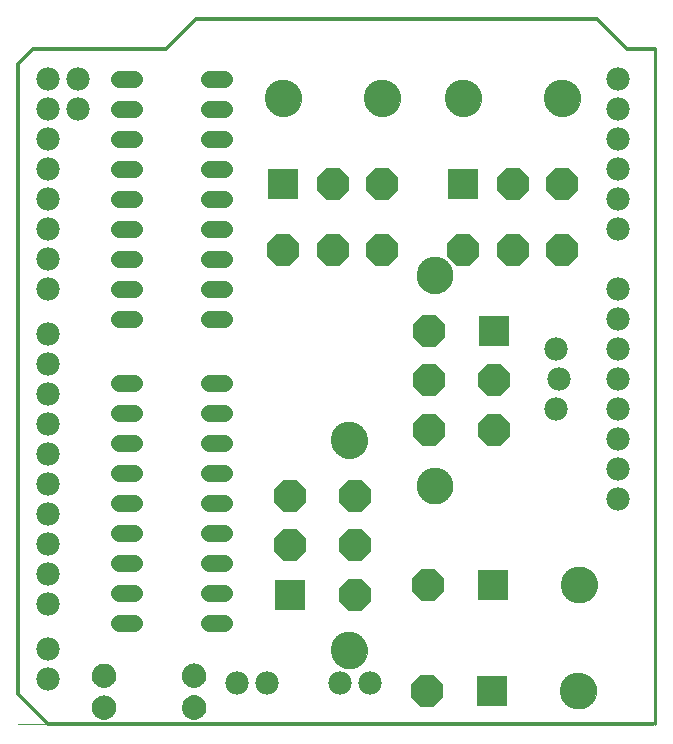
<source format=gbs>
G75*
%MOIN*%
%OFA0B0*%
%FSLAX25Y25*%
%IPPOS*%
%LPD*%
%AMOC8*
5,1,8,0,0,1.08239X$1,22.5*
%
%ADD10C,0.00000*%
%ADD11C,0.01000*%
%ADD12C,0.01200*%
%ADD13C,0.07800*%
%ADD14C,0.00500*%
%ADD15C,0.05600*%
%ADD16OC8,0.10400*%
%ADD17R,0.10400X0.10400*%
%ADD18C,0.12211*%
D10*
X0005000Y0005000D02*
X0015000Y0005000D01*
X0208701Y0005000D01*
X0185959Y0016250D02*
X0185961Y0016403D01*
X0185967Y0016557D01*
X0185977Y0016710D01*
X0185991Y0016862D01*
X0186009Y0017015D01*
X0186031Y0017166D01*
X0186056Y0017317D01*
X0186086Y0017468D01*
X0186120Y0017618D01*
X0186157Y0017766D01*
X0186198Y0017914D01*
X0186243Y0018060D01*
X0186292Y0018206D01*
X0186345Y0018350D01*
X0186401Y0018492D01*
X0186461Y0018633D01*
X0186525Y0018773D01*
X0186592Y0018911D01*
X0186663Y0019047D01*
X0186738Y0019181D01*
X0186815Y0019313D01*
X0186897Y0019443D01*
X0186981Y0019571D01*
X0187069Y0019697D01*
X0187160Y0019820D01*
X0187254Y0019941D01*
X0187352Y0020059D01*
X0187452Y0020175D01*
X0187556Y0020288D01*
X0187662Y0020399D01*
X0187771Y0020507D01*
X0187883Y0020612D01*
X0187997Y0020713D01*
X0188115Y0020812D01*
X0188234Y0020908D01*
X0188356Y0021001D01*
X0188481Y0021090D01*
X0188608Y0021177D01*
X0188737Y0021259D01*
X0188868Y0021339D01*
X0189001Y0021415D01*
X0189136Y0021488D01*
X0189273Y0021557D01*
X0189412Y0021622D01*
X0189552Y0021684D01*
X0189694Y0021742D01*
X0189837Y0021797D01*
X0189982Y0021848D01*
X0190128Y0021895D01*
X0190275Y0021938D01*
X0190423Y0021977D01*
X0190572Y0022013D01*
X0190722Y0022044D01*
X0190873Y0022072D01*
X0191024Y0022096D01*
X0191177Y0022116D01*
X0191329Y0022132D01*
X0191482Y0022144D01*
X0191635Y0022152D01*
X0191788Y0022156D01*
X0191942Y0022156D01*
X0192095Y0022152D01*
X0192248Y0022144D01*
X0192401Y0022132D01*
X0192553Y0022116D01*
X0192706Y0022096D01*
X0192857Y0022072D01*
X0193008Y0022044D01*
X0193158Y0022013D01*
X0193307Y0021977D01*
X0193455Y0021938D01*
X0193602Y0021895D01*
X0193748Y0021848D01*
X0193893Y0021797D01*
X0194036Y0021742D01*
X0194178Y0021684D01*
X0194318Y0021622D01*
X0194457Y0021557D01*
X0194594Y0021488D01*
X0194729Y0021415D01*
X0194862Y0021339D01*
X0194993Y0021259D01*
X0195122Y0021177D01*
X0195249Y0021090D01*
X0195374Y0021001D01*
X0195496Y0020908D01*
X0195615Y0020812D01*
X0195733Y0020713D01*
X0195847Y0020612D01*
X0195959Y0020507D01*
X0196068Y0020399D01*
X0196174Y0020288D01*
X0196278Y0020175D01*
X0196378Y0020059D01*
X0196476Y0019941D01*
X0196570Y0019820D01*
X0196661Y0019697D01*
X0196749Y0019571D01*
X0196833Y0019443D01*
X0196915Y0019313D01*
X0196992Y0019181D01*
X0197067Y0019047D01*
X0197138Y0018911D01*
X0197205Y0018773D01*
X0197269Y0018633D01*
X0197329Y0018492D01*
X0197385Y0018350D01*
X0197438Y0018206D01*
X0197487Y0018060D01*
X0197532Y0017914D01*
X0197573Y0017766D01*
X0197610Y0017618D01*
X0197644Y0017468D01*
X0197674Y0017317D01*
X0197699Y0017166D01*
X0197721Y0017015D01*
X0197739Y0016862D01*
X0197753Y0016710D01*
X0197763Y0016557D01*
X0197769Y0016403D01*
X0197771Y0016250D01*
X0197769Y0016097D01*
X0197763Y0015943D01*
X0197753Y0015790D01*
X0197739Y0015638D01*
X0197721Y0015485D01*
X0197699Y0015334D01*
X0197674Y0015183D01*
X0197644Y0015032D01*
X0197610Y0014882D01*
X0197573Y0014734D01*
X0197532Y0014586D01*
X0197487Y0014440D01*
X0197438Y0014294D01*
X0197385Y0014150D01*
X0197329Y0014008D01*
X0197269Y0013867D01*
X0197205Y0013727D01*
X0197138Y0013589D01*
X0197067Y0013453D01*
X0196992Y0013319D01*
X0196915Y0013187D01*
X0196833Y0013057D01*
X0196749Y0012929D01*
X0196661Y0012803D01*
X0196570Y0012680D01*
X0196476Y0012559D01*
X0196378Y0012441D01*
X0196278Y0012325D01*
X0196174Y0012212D01*
X0196068Y0012101D01*
X0195959Y0011993D01*
X0195847Y0011888D01*
X0195733Y0011787D01*
X0195615Y0011688D01*
X0195496Y0011592D01*
X0195374Y0011499D01*
X0195249Y0011410D01*
X0195122Y0011323D01*
X0194993Y0011241D01*
X0194862Y0011161D01*
X0194729Y0011085D01*
X0194594Y0011012D01*
X0194457Y0010943D01*
X0194318Y0010878D01*
X0194178Y0010816D01*
X0194036Y0010758D01*
X0193893Y0010703D01*
X0193748Y0010652D01*
X0193602Y0010605D01*
X0193455Y0010562D01*
X0193307Y0010523D01*
X0193158Y0010487D01*
X0193008Y0010456D01*
X0192857Y0010428D01*
X0192706Y0010404D01*
X0192553Y0010384D01*
X0192401Y0010368D01*
X0192248Y0010356D01*
X0192095Y0010348D01*
X0191942Y0010344D01*
X0191788Y0010344D01*
X0191635Y0010348D01*
X0191482Y0010356D01*
X0191329Y0010368D01*
X0191177Y0010384D01*
X0191024Y0010404D01*
X0190873Y0010428D01*
X0190722Y0010456D01*
X0190572Y0010487D01*
X0190423Y0010523D01*
X0190275Y0010562D01*
X0190128Y0010605D01*
X0189982Y0010652D01*
X0189837Y0010703D01*
X0189694Y0010758D01*
X0189552Y0010816D01*
X0189412Y0010878D01*
X0189273Y0010943D01*
X0189136Y0011012D01*
X0189001Y0011085D01*
X0188868Y0011161D01*
X0188737Y0011241D01*
X0188608Y0011323D01*
X0188481Y0011410D01*
X0188356Y0011499D01*
X0188234Y0011592D01*
X0188115Y0011688D01*
X0187997Y0011787D01*
X0187883Y0011888D01*
X0187771Y0011993D01*
X0187662Y0012101D01*
X0187556Y0012212D01*
X0187452Y0012325D01*
X0187352Y0012441D01*
X0187254Y0012559D01*
X0187160Y0012680D01*
X0187069Y0012803D01*
X0186981Y0012929D01*
X0186897Y0013057D01*
X0186815Y0013187D01*
X0186738Y0013319D01*
X0186663Y0013453D01*
X0186592Y0013589D01*
X0186525Y0013727D01*
X0186461Y0013867D01*
X0186401Y0014008D01*
X0186345Y0014150D01*
X0186292Y0014294D01*
X0186243Y0014440D01*
X0186198Y0014586D01*
X0186157Y0014734D01*
X0186120Y0014882D01*
X0186086Y0015032D01*
X0186056Y0015183D01*
X0186031Y0015334D01*
X0186009Y0015485D01*
X0185991Y0015638D01*
X0185977Y0015790D01*
X0185967Y0015943D01*
X0185961Y0016097D01*
X0185959Y0016250D01*
X0186196Y0051638D02*
X0186198Y0051791D01*
X0186204Y0051945D01*
X0186214Y0052098D01*
X0186228Y0052250D01*
X0186246Y0052403D01*
X0186268Y0052554D01*
X0186293Y0052705D01*
X0186323Y0052856D01*
X0186357Y0053006D01*
X0186394Y0053154D01*
X0186435Y0053302D01*
X0186480Y0053448D01*
X0186529Y0053594D01*
X0186582Y0053738D01*
X0186638Y0053880D01*
X0186698Y0054021D01*
X0186762Y0054161D01*
X0186829Y0054299D01*
X0186900Y0054435D01*
X0186975Y0054569D01*
X0187052Y0054701D01*
X0187134Y0054831D01*
X0187218Y0054959D01*
X0187306Y0055085D01*
X0187397Y0055208D01*
X0187491Y0055329D01*
X0187589Y0055447D01*
X0187689Y0055563D01*
X0187793Y0055676D01*
X0187899Y0055787D01*
X0188008Y0055895D01*
X0188120Y0056000D01*
X0188234Y0056101D01*
X0188352Y0056200D01*
X0188471Y0056296D01*
X0188593Y0056389D01*
X0188718Y0056478D01*
X0188845Y0056565D01*
X0188974Y0056647D01*
X0189105Y0056727D01*
X0189238Y0056803D01*
X0189373Y0056876D01*
X0189510Y0056945D01*
X0189649Y0057010D01*
X0189789Y0057072D01*
X0189931Y0057130D01*
X0190074Y0057185D01*
X0190219Y0057236D01*
X0190365Y0057283D01*
X0190512Y0057326D01*
X0190660Y0057365D01*
X0190809Y0057401D01*
X0190959Y0057432D01*
X0191110Y0057460D01*
X0191261Y0057484D01*
X0191414Y0057504D01*
X0191566Y0057520D01*
X0191719Y0057532D01*
X0191872Y0057540D01*
X0192025Y0057544D01*
X0192179Y0057544D01*
X0192332Y0057540D01*
X0192485Y0057532D01*
X0192638Y0057520D01*
X0192790Y0057504D01*
X0192943Y0057484D01*
X0193094Y0057460D01*
X0193245Y0057432D01*
X0193395Y0057401D01*
X0193544Y0057365D01*
X0193692Y0057326D01*
X0193839Y0057283D01*
X0193985Y0057236D01*
X0194130Y0057185D01*
X0194273Y0057130D01*
X0194415Y0057072D01*
X0194555Y0057010D01*
X0194694Y0056945D01*
X0194831Y0056876D01*
X0194966Y0056803D01*
X0195099Y0056727D01*
X0195230Y0056647D01*
X0195359Y0056565D01*
X0195486Y0056478D01*
X0195611Y0056389D01*
X0195733Y0056296D01*
X0195852Y0056200D01*
X0195970Y0056101D01*
X0196084Y0056000D01*
X0196196Y0055895D01*
X0196305Y0055787D01*
X0196411Y0055676D01*
X0196515Y0055563D01*
X0196615Y0055447D01*
X0196713Y0055329D01*
X0196807Y0055208D01*
X0196898Y0055085D01*
X0196986Y0054959D01*
X0197070Y0054831D01*
X0197152Y0054701D01*
X0197229Y0054569D01*
X0197304Y0054435D01*
X0197375Y0054299D01*
X0197442Y0054161D01*
X0197506Y0054021D01*
X0197566Y0053880D01*
X0197622Y0053738D01*
X0197675Y0053594D01*
X0197724Y0053448D01*
X0197769Y0053302D01*
X0197810Y0053154D01*
X0197847Y0053006D01*
X0197881Y0052856D01*
X0197911Y0052705D01*
X0197936Y0052554D01*
X0197958Y0052403D01*
X0197976Y0052250D01*
X0197990Y0052098D01*
X0198000Y0051945D01*
X0198006Y0051791D01*
X0198008Y0051638D01*
X0198006Y0051485D01*
X0198000Y0051331D01*
X0197990Y0051178D01*
X0197976Y0051026D01*
X0197958Y0050873D01*
X0197936Y0050722D01*
X0197911Y0050571D01*
X0197881Y0050420D01*
X0197847Y0050270D01*
X0197810Y0050122D01*
X0197769Y0049974D01*
X0197724Y0049828D01*
X0197675Y0049682D01*
X0197622Y0049538D01*
X0197566Y0049396D01*
X0197506Y0049255D01*
X0197442Y0049115D01*
X0197375Y0048977D01*
X0197304Y0048841D01*
X0197229Y0048707D01*
X0197152Y0048575D01*
X0197070Y0048445D01*
X0196986Y0048317D01*
X0196898Y0048191D01*
X0196807Y0048068D01*
X0196713Y0047947D01*
X0196615Y0047829D01*
X0196515Y0047713D01*
X0196411Y0047600D01*
X0196305Y0047489D01*
X0196196Y0047381D01*
X0196084Y0047276D01*
X0195970Y0047175D01*
X0195852Y0047076D01*
X0195733Y0046980D01*
X0195611Y0046887D01*
X0195486Y0046798D01*
X0195359Y0046711D01*
X0195230Y0046629D01*
X0195099Y0046549D01*
X0194966Y0046473D01*
X0194831Y0046400D01*
X0194694Y0046331D01*
X0194555Y0046266D01*
X0194415Y0046204D01*
X0194273Y0046146D01*
X0194130Y0046091D01*
X0193985Y0046040D01*
X0193839Y0045993D01*
X0193692Y0045950D01*
X0193544Y0045911D01*
X0193395Y0045875D01*
X0193245Y0045844D01*
X0193094Y0045816D01*
X0192943Y0045792D01*
X0192790Y0045772D01*
X0192638Y0045756D01*
X0192485Y0045744D01*
X0192332Y0045736D01*
X0192179Y0045732D01*
X0192025Y0045732D01*
X0191872Y0045736D01*
X0191719Y0045744D01*
X0191566Y0045756D01*
X0191414Y0045772D01*
X0191261Y0045792D01*
X0191110Y0045816D01*
X0190959Y0045844D01*
X0190809Y0045875D01*
X0190660Y0045911D01*
X0190512Y0045950D01*
X0190365Y0045993D01*
X0190219Y0046040D01*
X0190074Y0046091D01*
X0189931Y0046146D01*
X0189789Y0046204D01*
X0189649Y0046266D01*
X0189510Y0046331D01*
X0189373Y0046400D01*
X0189238Y0046473D01*
X0189105Y0046549D01*
X0188974Y0046629D01*
X0188845Y0046711D01*
X0188718Y0046798D01*
X0188593Y0046887D01*
X0188471Y0046980D01*
X0188352Y0047076D01*
X0188234Y0047175D01*
X0188120Y0047276D01*
X0188008Y0047381D01*
X0187899Y0047489D01*
X0187793Y0047600D01*
X0187689Y0047713D01*
X0187589Y0047829D01*
X0187491Y0047947D01*
X0187397Y0048068D01*
X0187306Y0048191D01*
X0187218Y0048317D01*
X0187134Y0048445D01*
X0187052Y0048575D01*
X0186975Y0048707D01*
X0186900Y0048841D01*
X0186829Y0048977D01*
X0186762Y0049115D01*
X0186698Y0049255D01*
X0186638Y0049396D01*
X0186582Y0049538D01*
X0186529Y0049682D01*
X0186480Y0049828D01*
X0186435Y0049974D01*
X0186394Y0050122D01*
X0186357Y0050270D01*
X0186323Y0050420D01*
X0186293Y0050571D01*
X0186268Y0050722D01*
X0186246Y0050873D01*
X0186228Y0051026D01*
X0186214Y0051178D01*
X0186204Y0051331D01*
X0186198Y0051485D01*
X0186196Y0051638D01*
X0138001Y0084621D02*
X0138003Y0084774D01*
X0138009Y0084928D01*
X0138019Y0085081D01*
X0138033Y0085233D01*
X0138051Y0085386D01*
X0138073Y0085537D01*
X0138098Y0085688D01*
X0138128Y0085839D01*
X0138162Y0085989D01*
X0138199Y0086137D01*
X0138240Y0086285D01*
X0138285Y0086431D01*
X0138334Y0086577D01*
X0138387Y0086721D01*
X0138443Y0086863D01*
X0138503Y0087004D01*
X0138567Y0087144D01*
X0138634Y0087282D01*
X0138705Y0087418D01*
X0138780Y0087552D01*
X0138857Y0087684D01*
X0138939Y0087814D01*
X0139023Y0087942D01*
X0139111Y0088068D01*
X0139202Y0088191D01*
X0139296Y0088312D01*
X0139394Y0088430D01*
X0139494Y0088546D01*
X0139598Y0088659D01*
X0139704Y0088770D01*
X0139813Y0088878D01*
X0139925Y0088983D01*
X0140039Y0089084D01*
X0140157Y0089183D01*
X0140276Y0089279D01*
X0140398Y0089372D01*
X0140523Y0089461D01*
X0140650Y0089548D01*
X0140779Y0089630D01*
X0140910Y0089710D01*
X0141043Y0089786D01*
X0141178Y0089859D01*
X0141315Y0089928D01*
X0141454Y0089993D01*
X0141594Y0090055D01*
X0141736Y0090113D01*
X0141879Y0090168D01*
X0142024Y0090219D01*
X0142170Y0090266D01*
X0142317Y0090309D01*
X0142465Y0090348D01*
X0142614Y0090384D01*
X0142764Y0090415D01*
X0142915Y0090443D01*
X0143066Y0090467D01*
X0143219Y0090487D01*
X0143371Y0090503D01*
X0143524Y0090515D01*
X0143677Y0090523D01*
X0143830Y0090527D01*
X0143984Y0090527D01*
X0144137Y0090523D01*
X0144290Y0090515D01*
X0144443Y0090503D01*
X0144595Y0090487D01*
X0144748Y0090467D01*
X0144899Y0090443D01*
X0145050Y0090415D01*
X0145200Y0090384D01*
X0145349Y0090348D01*
X0145497Y0090309D01*
X0145644Y0090266D01*
X0145790Y0090219D01*
X0145935Y0090168D01*
X0146078Y0090113D01*
X0146220Y0090055D01*
X0146360Y0089993D01*
X0146499Y0089928D01*
X0146636Y0089859D01*
X0146771Y0089786D01*
X0146904Y0089710D01*
X0147035Y0089630D01*
X0147164Y0089548D01*
X0147291Y0089461D01*
X0147416Y0089372D01*
X0147538Y0089279D01*
X0147657Y0089183D01*
X0147775Y0089084D01*
X0147889Y0088983D01*
X0148001Y0088878D01*
X0148110Y0088770D01*
X0148216Y0088659D01*
X0148320Y0088546D01*
X0148420Y0088430D01*
X0148518Y0088312D01*
X0148612Y0088191D01*
X0148703Y0088068D01*
X0148791Y0087942D01*
X0148875Y0087814D01*
X0148957Y0087684D01*
X0149034Y0087552D01*
X0149109Y0087418D01*
X0149180Y0087282D01*
X0149247Y0087144D01*
X0149311Y0087004D01*
X0149371Y0086863D01*
X0149427Y0086721D01*
X0149480Y0086577D01*
X0149529Y0086431D01*
X0149574Y0086285D01*
X0149615Y0086137D01*
X0149652Y0085989D01*
X0149686Y0085839D01*
X0149716Y0085688D01*
X0149741Y0085537D01*
X0149763Y0085386D01*
X0149781Y0085233D01*
X0149795Y0085081D01*
X0149805Y0084928D01*
X0149811Y0084774D01*
X0149813Y0084621D01*
X0149811Y0084468D01*
X0149805Y0084314D01*
X0149795Y0084161D01*
X0149781Y0084009D01*
X0149763Y0083856D01*
X0149741Y0083705D01*
X0149716Y0083554D01*
X0149686Y0083403D01*
X0149652Y0083253D01*
X0149615Y0083105D01*
X0149574Y0082957D01*
X0149529Y0082811D01*
X0149480Y0082665D01*
X0149427Y0082521D01*
X0149371Y0082379D01*
X0149311Y0082238D01*
X0149247Y0082098D01*
X0149180Y0081960D01*
X0149109Y0081824D01*
X0149034Y0081690D01*
X0148957Y0081558D01*
X0148875Y0081428D01*
X0148791Y0081300D01*
X0148703Y0081174D01*
X0148612Y0081051D01*
X0148518Y0080930D01*
X0148420Y0080812D01*
X0148320Y0080696D01*
X0148216Y0080583D01*
X0148110Y0080472D01*
X0148001Y0080364D01*
X0147889Y0080259D01*
X0147775Y0080158D01*
X0147657Y0080059D01*
X0147538Y0079963D01*
X0147416Y0079870D01*
X0147291Y0079781D01*
X0147164Y0079694D01*
X0147035Y0079612D01*
X0146904Y0079532D01*
X0146771Y0079456D01*
X0146636Y0079383D01*
X0146499Y0079314D01*
X0146360Y0079249D01*
X0146220Y0079187D01*
X0146078Y0079129D01*
X0145935Y0079074D01*
X0145790Y0079023D01*
X0145644Y0078976D01*
X0145497Y0078933D01*
X0145349Y0078894D01*
X0145200Y0078858D01*
X0145050Y0078827D01*
X0144899Y0078799D01*
X0144748Y0078775D01*
X0144595Y0078755D01*
X0144443Y0078739D01*
X0144290Y0078727D01*
X0144137Y0078719D01*
X0143984Y0078715D01*
X0143830Y0078715D01*
X0143677Y0078719D01*
X0143524Y0078727D01*
X0143371Y0078739D01*
X0143219Y0078755D01*
X0143066Y0078775D01*
X0142915Y0078799D01*
X0142764Y0078827D01*
X0142614Y0078858D01*
X0142465Y0078894D01*
X0142317Y0078933D01*
X0142170Y0078976D01*
X0142024Y0079023D01*
X0141879Y0079074D01*
X0141736Y0079129D01*
X0141594Y0079187D01*
X0141454Y0079249D01*
X0141315Y0079314D01*
X0141178Y0079383D01*
X0141043Y0079456D01*
X0140910Y0079532D01*
X0140779Y0079612D01*
X0140650Y0079694D01*
X0140523Y0079781D01*
X0140398Y0079870D01*
X0140276Y0079963D01*
X0140157Y0080059D01*
X0140039Y0080158D01*
X0139925Y0080259D01*
X0139813Y0080364D01*
X0139704Y0080472D01*
X0139598Y0080583D01*
X0139494Y0080696D01*
X0139394Y0080812D01*
X0139296Y0080930D01*
X0139202Y0081051D01*
X0139111Y0081174D01*
X0139023Y0081300D01*
X0138939Y0081428D01*
X0138857Y0081558D01*
X0138780Y0081690D01*
X0138705Y0081824D01*
X0138634Y0081960D01*
X0138567Y0082098D01*
X0138503Y0082238D01*
X0138443Y0082379D01*
X0138387Y0082521D01*
X0138334Y0082665D01*
X0138285Y0082811D01*
X0138240Y0082957D01*
X0138199Y0083105D01*
X0138162Y0083253D01*
X0138128Y0083403D01*
X0138098Y0083554D01*
X0138073Y0083705D01*
X0138051Y0083856D01*
X0138033Y0084009D01*
X0138019Y0084161D01*
X0138009Y0084314D01*
X0138003Y0084468D01*
X0138001Y0084621D01*
X0109562Y0099754D02*
X0109564Y0099907D01*
X0109570Y0100061D01*
X0109580Y0100214D01*
X0109594Y0100366D01*
X0109612Y0100519D01*
X0109634Y0100670D01*
X0109659Y0100821D01*
X0109689Y0100972D01*
X0109723Y0101122D01*
X0109760Y0101270D01*
X0109801Y0101418D01*
X0109846Y0101564D01*
X0109895Y0101710D01*
X0109948Y0101854D01*
X0110004Y0101996D01*
X0110064Y0102137D01*
X0110128Y0102277D01*
X0110195Y0102415D01*
X0110266Y0102551D01*
X0110341Y0102685D01*
X0110418Y0102817D01*
X0110500Y0102947D01*
X0110584Y0103075D01*
X0110672Y0103201D01*
X0110763Y0103324D01*
X0110857Y0103445D01*
X0110955Y0103563D01*
X0111055Y0103679D01*
X0111159Y0103792D01*
X0111265Y0103903D01*
X0111374Y0104011D01*
X0111486Y0104116D01*
X0111600Y0104217D01*
X0111718Y0104316D01*
X0111837Y0104412D01*
X0111959Y0104505D01*
X0112084Y0104594D01*
X0112211Y0104681D01*
X0112340Y0104763D01*
X0112471Y0104843D01*
X0112604Y0104919D01*
X0112739Y0104992D01*
X0112876Y0105061D01*
X0113015Y0105126D01*
X0113155Y0105188D01*
X0113297Y0105246D01*
X0113440Y0105301D01*
X0113585Y0105352D01*
X0113731Y0105399D01*
X0113878Y0105442D01*
X0114026Y0105481D01*
X0114175Y0105517D01*
X0114325Y0105548D01*
X0114476Y0105576D01*
X0114627Y0105600D01*
X0114780Y0105620D01*
X0114932Y0105636D01*
X0115085Y0105648D01*
X0115238Y0105656D01*
X0115391Y0105660D01*
X0115545Y0105660D01*
X0115698Y0105656D01*
X0115851Y0105648D01*
X0116004Y0105636D01*
X0116156Y0105620D01*
X0116309Y0105600D01*
X0116460Y0105576D01*
X0116611Y0105548D01*
X0116761Y0105517D01*
X0116910Y0105481D01*
X0117058Y0105442D01*
X0117205Y0105399D01*
X0117351Y0105352D01*
X0117496Y0105301D01*
X0117639Y0105246D01*
X0117781Y0105188D01*
X0117921Y0105126D01*
X0118060Y0105061D01*
X0118197Y0104992D01*
X0118332Y0104919D01*
X0118465Y0104843D01*
X0118596Y0104763D01*
X0118725Y0104681D01*
X0118852Y0104594D01*
X0118977Y0104505D01*
X0119099Y0104412D01*
X0119218Y0104316D01*
X0119336Y0104217D01*
X0119450Y0104116D01*
X0119562Y0104011D01*
X0119671Y0103903D01*
X0119777Y0103792D01*
X0119881Y0103679D01*
X0119981Y0103563D01*
X0120079Y0103445D01*
X0120173Y0103324D01*
X0120264Y0103201D01*
X0120352Y0103075D01*
X0120436Y0102947D01*
X0120518Y0102817D01*
X0120595Y0102685D01*
X0120670Y0102551D01*
X0120741Y0102415D01*
X0120808Y0102277D01*
X0120872Y0102137D01*
X0120932Y0101996D01*
X0120988Y0101854D01*
X0121041Y0101710D01*
X0121090Y0101564D01*
X0121135Y0101418D01*
X0121176Y0101270D01*
X0121213Y0101122D01*
X0121247Y0100972D01*
X0121277Y0100821D01*
X0121302Y0100670D01*
X0121324Y0100519D01*
X0121342Y0100366D01*
X0121356Y0100214D01*
X0121366Y0100061D01*
X0121372Y0099907D01*
X0121374Y0099754D01*
X0121372Y0099601D01*
X0121366Y0099447D01*
X0121356Y0099294D01*
X0121342Y0099142D01*
X0121324Y0098989D01*
X0121302Y0098838D01*
X0121277Y0098687D01*
X0121247Y0098536D01*
X0121213Y0098386D01*
X0121176Y0098238D01*
X0121135Y0098090D01*
X0121090Y0097944D01*
X0121041Y0097798D01*
X0120988Y0097654D01*
X0120932Y0097512D01*
X0120872Y0097371D01*
X0120808Y0097231D01*
X0120741Y0097093D01*
X0120670Y0096957D01*
X0120595Y0096823D01*
X0120518Y0096691D01*
X0120436Y0096561D01*
X0120352Y0096433D01*
X0120264Y0096307D01*
X0120173Y0096184D01*
X0120079Y0096063D01*
X0119981Y0095945D01*
X0119881Y0095829D01*
X0119777Y0095716D01*
X0119671Y0095605D01*
X0119562Y0095497D01*
X0119450Y0095392D01*
X0119336Y0095291D01*
X0119218Y0095192D01*
X0119099Y0095096D01*
X0118977Y0095003D01*
X0118852Y0094914D01*
X0118725Y0094827D01*
X0118596Y0094745D01*
X0118465Y0094665D01*
X0118332Y0094589D01*
X0118197Y0094516D01*
X0118060Y0094447D01*
X0117921Y0094382D01*
X0117781Y0094320D01*
X0117639Y0094262D01*
X0117496Y0094207D01*
X0117351Y0094156D01*
X0117205Y0094109D01*
X0117058Y0094066D01*
X0116910Y0094027D01*
X0116761Y0093991D01*
X0116611Y0093960D01*
X0116460Y0093932D01*
X0116309Y0093908D01*
X0116156Y0093888D01*
X0116004Y0093872D01*
X0115851Y0093860D01*
X0115698Y0093852D01*
X0115545Y0093848D01*
X0115391Y0093848D01*
X0115238Y0093852D01*
X0115085Y0093860D01*
X0114932Y0093872D01*
X0114780Y0093888D01*
X0114627Y0093908D01*
X0114476Y0093932D01*
X0114325Y0093960D01*
X0114175Y0093991D01*
X0114026Y0094027D01*
X0113878Y0094066D01*
X0113731Y0094109D01*
X0113585Y0094156D01*
X0113440Y0094207D01*
X0113297Y0094262D01*
X0113155Y0094320D01*
X0113015Y0094382D01*
X0112876Y0094447D01*
X0112739Y0094516D01*
X0112604Y0094589D01*
X0112471Y0094665D01*
X0112340Y0094745D01*
X0112211Y0094827D01*
X0112084Y0094914D01*
X0111959Y0095003D01*
X0111837Y0095096D01*
X0111718Y0095192D01*
X0111600Y0095291D01*
X0111486Y0095392D01*
X0111374Y0095497D01*
X0111265Y0095605D01*
X0111159Y0095716D01*
X0111055Y0095829D01*
X0110955Y0095945D01*
X0110857Y0096063D01*
X0110763Y0096184D01*
X0110672Y0096307D01*
X0110584Y0096433D01*
X0110500Y0096561D01*
X0110418Y0096691D01*
X0110341Y0096823D01*
X0110266Y0096957D01*
X0110195Y0097093D01*
X0110128Y0097231D01*
X0110064Y0097371D01*
X0110004Y0097512D01*
X0109948Y0097654D01*
X0109895Y0097798D01*
X0109846Y0097944D01*
X0109801Y0098090D01*
X0109760Y0098238D01*
X0109723Y0098386D01*
X0109689Y0098536D01*
X0109659Y0098687D01*
X0109634Y0098838D01*
X0109612Y0098989D01*
X0109594Y0099142D01*
X0109580Y0099294D01*
X0109570Y0099447D01*
X0109564Y0099601D01*
X0109562Y0099754D01*
X0138001Y0154700D02*
X0138003Y0154853D01*
X0138009Y0155007D01*
X0138019Y0155160D01*
X0138033Y0155312D01*
X0138051Y0155465D01*
X0138073Y0155616D01*
X0138098Y0155767D01*
X0138128Y0155918D01*
X0138162Y0156068D01*
X0138199Y0156216D01*
X0138240Y0156364D01*
X0138285Y0156510D01*
X0138334Y0156656D01*
X0138387Y0156800D01*
X0138443Y0156942D01*
X0138503Y0157083D01*
X0138567Y0157223D01*
X0138634Y0157361D01*
X0138705Y0157497D01*
X0138780Y0157631D01*
X0138857Y0157763D01*
X0138939Y0157893D01*
X0139023Y0158021D01*
X0139111Y0158147D01*
X0139202Y0158270D01*
X0139296Y0158391D01*
X0139394Y0158509D01*
X0139494Y0158625D01*
X0139598Y0158738D01*
X0139704Y0158849D01*
X0139813Y0158957D01*
X0139925Y0159062D01*
X0140039Y0159163D01*
X0140157Y0159262D01*
X0140276Y0159358D01*
X0140398Y0159451D01*
X0140523Y0159540D01*
X0140650Y0159627D01*
X0140779Y0159709D01*
X0140910Y0159789D01*
X0141043Y0159865D01*
X0141178Y0159938D01*
X0141315Y0160007D01*
X0141454Y0160072D01*
X0141594Y0160134D01*
X0141736Y0160192D01*
X0141879Y0160247D01*
X0142024Y0160298D01*
X0142170Y0160345D01*
X0142317Y0160388D01*
X0142465Y0160427D01*
X0142614Y0160463D01*
X0142764Y0160494D01*
X0142915Y0160522D01*
X0143066Y0160546D01*
X0143219Y0160566D01*
X0143371Y0160582D01*
X0143524Y0160594D01*
X0143677Y0160602D01*
X0143830Y0160606D01*
X0143984Y0160606D01*
X0144137Y0160602D01*
X0144290Y0160594D01*
X0144443Y0160582D01*
X0144595Y0160566D01*
X0144748Y0160546D01*
X0144899Y0160522D01*
X0145050Y0160494D01*
X0145200Y0160463D01*
X0145349Y0160427D01*
X0145497Y0160388D01*
X0145644Y0160345D01*
X0145790Y0160298D01*
X0145935Y0160247D01*
X0146078Y0160192D01*
X0146220Y0160134D01*
X0146360Y0160072D01*
X0146499Y0160007D01*
X0146636Y0159938D01*
X0146771Y0159865D01*
X0146904Y0159789D01*
X0147035Y0159709D01*
X0147164Y0159627D01*
X0147291Y0159540D01*
X0147416Y0159451D01*
X0147538Y0159358D01*
X0147657Y0159262D01*
X0147775Y0159163D01*
X0147889Y0159062D01*
X0148001Y0158957D01*
X0148110Y0158849D01*
X0148216Y0158738D01*
X0148320Y0158625D01*
X0148420Y0158509D01*
X0148518Y0158391D01*
X0148612Y0158270D01*
X0148703Y0158147D01*
X0148791Y0158021D01*
X0148875Y0157893D01*
X0148957Y0157763D01*
X0149034Y0157631D01*
X0149109Y0157497D01*
X0149180Y0157361D01*
X0149247Y0157223D01*
X0149311Y0157083D01*
X0149371Y0156942D01*
X0149427Y0156800D01*
X0149480Y0156656D01*
X0149529Y0156510D01*
X0149574Y0156364D01*
X0149615Y0156216D01*
X0149652Y0156068D01*
X0149686Y0155918D01*
X0149716Y0155767D01*
X0149741Y0155616D01*
X0149763Y0155465D01*
X0149781Y0155312D01*
X0149795Y0155160D01*
X0149805Y0155007D01*
X0149811Y0154853D01*
X0149813Y0154700D01*
X0149811Y0154547D01*
X0149805Y0154393D01*
X0149795Y0154240D01*
X0149781Y0154088D01*
X0149763Y0153935D01*
X0149741Y0153784D01*
X0149716Y0153633D01*
X0149686Y0153482D01*
X0149652Y0153332D01*
X0149615Y0153184D01*
X0149574Y0153036D01*
X0149529Y0152890D01*
X0149480Y0152744D01*
X0149427Y0152600D01*
X0149371Y0152458D01*
X0149311Y0152317D01*
X0149247Y0152177D01*
X0149180Y0152039D01*
X0149109Y0151903D01*
X0149034Y0151769D01*
X0148957Y0151637D01*
X0148875Y0151507D01*
X0148791Y0151379D01*
X0148703Y0151253D01*
X0148612Y0151130D01*
X0148518Y0151009D01*
X0148420Y0150891D01*
X0148320Y0150775D01*
X0148216Y0150662D01*
X0148110Y0150551D01*
X0148001Y0150443D01*
X0147889Y0150338D01*
X0147775Y0150237D01*
X0147657Y0150138D01*
X0147538Y0150042D01*
X0147416Y0149949D01*
X0147291Y0149860D01*
X0147164Y0149773D01*
X0147035Y0149691D01*
X0146904Y0149611D01*
X0146771Y0149535D01*
X0146636Y0149462D01*
X0146499Y0149393D01*
X0146360Y0149328D01*
X0146220Y0149266D01*
X0146078Y0149208D01*
X0145935Y0149153D01*
X0145790Y0149102D01*
X0145644Y0149055D01*
X0145497Y0149012D01*
X0145349Y0148973D01*
X0145200Y0148937D01*
X0145050Y0148906D01*
X0144899Y0148878D01*
X0144748Y0148854D01*
X0144595Y0148834D01*
X0144443Y0148818D01*
X0144290Y0148806D01*
X0144137Y0148798D01*
X0143984Y0148794D01*
X0143830Y0148794D01*
X0143677Y0148798D01*
X0143524Y0148806D01*
X0143371Y0148818D01*
X0143219Y0148834D01*
X0143066Y0148854D01*
X0142915Y0148878D01*
X0142764Y0148906D01*
X0142614Y0148937D01*
X0142465Y0148973D01*
X0142317Y0149012D01*
X0142170Y0149055D01*
X0142024Y0149102D01*
X0141879Y0149153D01*
X0141736Y0149208D01*
X0141594Y0149266D01*
X0141454Y0149328D01*
X0141315Y0149393D01*
X0141178Y0149462D01*
X0141043Y0149535D01*
X0140910Y0149611D01*
X0140779Y0149691D01*
X0140650Y0149773D01*
X0140523Y0149860D01*
X0140398Y0149949D01*
X0140276Y0150042D01*
X0140157Y0150138D01*
X0140039Y0150237D01*
X0139925Y0150338D01*
X0139813Y0150443D01*
X0139704Y0150551D01*
X0139598Y0150662D01*
X0139494Y0150775D01*
X0139394Y0150891D01*
X0139296Y0151009D01*
X0139202Y0151130D01*
X0139111Y0151253D01*
X0139023Y0151379D01*
X0138939Y0151507D01*
X0138857Y0151637D01*
X0138780Y0151769D01*
X0138705Y0151903D01*
X0138634Y0152039D01*
X0138567Y0152177D01*
X0138503Y0152317D01*
X0138443Y0152458D01*
X0138387Y0152600D01*
X0138334Y0152744D01*
X0138285Y0152890D01*
X0138240Y0153036D01*
X0138199Y0153184D01*
X0138162Y0153332D01*
X0138128Y0153482D01*
X0138098Y0153633D01*
X0138073Y0153784D01*
X0138051Y0153935D01*
X0138033Y0154088D01*
X0138019Y0154240D01*
X0138009Y0154393D01*
X0138003Y0154547D01*
X0138001Y0154700D01*
X0120594Y0213740D02*
X0120596Y0213893D01*
X0120602Y0214047D01*
X0120612Y0214200D01*
X0120626Y0214352D01*
X0120644Y0214505D01*
X0120666Y0214656D01*
X0120691Y0214807D01*
X0120721Y0214958D01*
X0120755Y0215108D01*
X0120792Y0215256D01*
X0120833Y0215404D01*
X0120878Y0215550D01*
X0120927Y0215696D01*
X0120980Y0215840D01*
X0121036Y0215982D01*
X0121096Y0216123D01*
X0121160Y0216263D01*
X0121227Y0216401D01*
X0121298Y0216537D01*
X0121373Y0216671D01*
X0121450Y0216803D01*
X0121532Y0216933D01*
X0121616Y0217061D01*
X0121704Y0217187D01*
X0121795Y0217310D01*
X0121889Y0217431D01*
X0121987Y0217549D01*
X0122087Y0217665D01*
X0122191Y0217778D01*
X0122297Y0217889D01*
X0122406Y0217997D01*
X0122518Y0218102D01*
X0122632Y0218203D01*
X0122750Y0218302D01*
X0122869Y0218398D01*
X0122991Y0218491D01*
X0123116Y0218580D01*
X0123243Y0218667D01*
X0123372Y0218749D01*
X0123503Y0218829D01*
X0123636Y0218905D01*
X0123771Y0218978D01*
X0123908Y0219047D01*
X0124047Y0219112D01*
X0124187Y0219174D01*
X0124329Y0219232D01*
X0124472Y0219287D01*
X0124617Y0219338D01*
X0124763Y0219385D01*
X0124910Y0219428D01*
X0125058Y0219467D01*
X0125207Y0219503D01*
X0125357Y0219534D01*
X0125508Y0219562D01*
X0125659Y0219586D01*
X0125812Y0219606D01*
X0125964Y0219622D01*
X0126117Y0219634D01*
X0126270Y0219642D01*
X0126423Y0219646D01*
X0126577Y0219646D01*
X0126730Y0219642D01*
X0126883Y0219634D01*
X0127036Y0219622D01*
X0127188Y0219606D01*
X0127341Y0219586D01*
X0127492Y0219562D01*
X0127643Y0219534D01*
X0127793Y0219503D01*
X0127942Y0219467D01*
X0128090Y0219428D01*
X0128237Y0219385D01*
X0128383Y0219338D01*
X0128528Y0219287D01*
X0128671Y0219232D01*
X0128813Y0219174D01*
X0128953Y0219112D01*
X0129092Y0219047D01*
X0129229Y0218978D01*
X0129364Y0218905D01*
X0129497Y0218829D01*
X0129628Y0218749D01*
X0129757Y0218667D01*
X0129884Y0218580D01*
X0130009Y0218491D01*
X0130131Y0218398D01*
X0130250Y0218302D01*
X0130368Y0218203D01*
X0130482Y0218102D01*
X0130594Y0217997D01*
X0130703Y0217889D01*
X0130809Y0217778D01*
X0130913Y0217665D01*
X0131013Y0217549D01*
X0131111Y0217431D01*
X0131205Y0217310D01*
X0131296Y0217187D01*
X0131384Y0217061D01*
X0131468Y0216933D01*
X0131550Y0216803D01*
X0131627Y0216671D01*
X0131702Y0216537D01*
X0131773Y0216401D01*
X0131840Y0216263D01*
X0131904Y0216123D01*
X0131964Y0215982D01*
X0132020Y0215840D01*
X0132073Y0215696D01*
X0132122Y0215550D01*
X0132167Y0215404D01*
X0132208Y0215256D01*
X0132245Y0215108D01*
X0132279Y0214958D01*
X0132309Y0214807D01*
X0132334Y0214656D01*
X0132356Y0214505D01*
X0132374Y0214352D01*
X0132388Y0214200D01*
X0132398Y0214047D01*
X0132404Y0213893D01*
X0132406Y0213740D01*
X0132404Y0213587D01*
X0132398Y0213433D01*
X0132388Y0213280D01*
X0132374Y0213128D01*
X0132356Y0212975D01*
X0132334Y0212824D01*
X0132309Y0212673D01*
X0132279Y0212522D01*
X0132245Y0212372D01*
X0132208Y0212224D01*
X0132167Y0212076D01*
X0132122Y0211930D01*
X0132073Y0211784D01*
X0132020Y0211640D01*
X0131964Y0211498D01*
X0131904Y0211357D01*
X0131840Y0211217D01*
X0131773Y0211079D01*
X0131702Y0210943D01*
X0131627Y0210809D01*
X0131550Y0210677D01*
X0131468Y0210547D01*
X0131384Y0210419D01*
X0131296Y0210293D01*
X0131205Y0210170D01*
X0131111Y0210049D01*
X0131013Y0209931D01*
X0130913Y0209815D01*
X0130809Y0209702D01*
X0130703Y0209591D01*
X0130594Y0209483D01*
X0130482Y0209378D01*
X0130368Y0209277D01*
X0130250Y0209178D01*
X0130131Y0209082D01*
X0130009Y0208989D01*
X0129884Y0208900D01*
X0129757Y0208813D01*
X0129628Y0208731D01*
X0129497Y0208651D01*
X0129364Y0208575D01*
X0129229Y0208502D01*
X0129092Y0208433D01*
X0128953Y0208368D01*
X0128813Y0208306D01*
X0128671Y0208248D01*
X0128528Y0208193D01*
X0128383Y0208142D01*
X0128237Y0208095D01*
X0128090Y0208052D01*
X0127942Y0208013D01*
X0127793Y0207977D01*
X0127643Y0207946D01*
X0127492Y0207918D01*
X0127341Y0207894D01*
X0127188Y0207874D01*
X0127036Y0207858D01*
X0126883Y0207846D01*
X0126730Y0207838D01*
X0126577Y0207834D01*
X0126423Y0207834D01*
X0126270Y0207838D01*
X0126117Y0207846D01*
X0125964Y0207858D01*
X0125812Y0207874D01*
X0125659Y0207894D01*
X0125508Y0207918D01*
X0125357Y0207946D01*
X0125207Y0207977D01*
X0125058Y0208013D01*
X0124910Y0208052D01*
X0124763Y0208095D01*
X0124617Y0208142D01*
X0124472Y0208193D01*
X0124329Y0208248D01*
X0124187Y0208306D01*
X0124047Y0208368D01*
X0123908Y0208433D01*
X0123771Y0208502D01*
X0123636Y0208575D01*
X0123503Y0208651D01*
X0123372Y0208731D01*
X0123243Y0208813D01*
X0123116Y0208900D01*
X0122991Y0208989D01*
X0122869Y0209082D01*
X0122750Y0209178D01*
X0122632Y0209277D01*
X0122518Y0209378D01*
X0122406Y0209483D01*
X0122297Y0209591D01*
X0122191Y0209702D01*
X0122087Y0209815D01*
X0121987Y0209931D01*
X0121889Y0210049D01*
X0121795Y0210170D01*
X0121704Y0210293D01*
X0121616Y0210419D01*
X0121532Y0210547D01*
X0121450Y0210677D01*
X0121373Y0210809D01*
X0121298Y0210943D01*
X0121227Y0211079D01*
X0121160Y0211217D01*
X0121096Y0211357D01*
X0121036Y0211498D01*
X0120980Y0211640D01*
X0120927Y0211784D01*
X0120878Y0211930D01*
X0120833Y0212076D01*
X0120792Y0212224D01*
X0120755Y0212372D01*
X0120721Y0212522D01*
X0120691Y0212673D01*
X0120666Y0212824D01*
X0120644Y0212975D01*
X0120626Y0213128D01*
X0120612Y0213280D01*
X0120602Y0213433D01*
X0120596Y0213587D01*
X0120594Y0213740D01*
X0087594Y0213740D02*
X0087596Y0213893D01*
X0087602Y0214047D01*
X0087612Y0214200D01*
X0087626Y0214352D01*
X0087644Y0214505D01*
X0087666Y0214656D01*
X0087691Y0214807D01*
X0087721Y0214958D01*
X0087755Y0215108D01*
X0087792Y0215256D01*
X0087833Y0215404D01*
X0087878Y0215550D01*
X0087927Y0215696D01*
X0087980Y0215840D01*
X0088036Y0215982D01*
X0088096Y0216123D01*
X0088160Y0216263D01*
X0088227Y0216401D01*
X0088298Y0216537D01*
X0088373Y0216671D01*
X0088450Y0216803D01*
X0088532Y0216933D01*
X0088616Y0217061D01*
X0088704Y0217187D01*
X0088795Y0217310D01*
X0088889Y0217431D01*
X0088987Y0217549D01*
X0089087Y0217665D01*
X0089191Y0217778D01*
X0089297Y0217889D01*
X0089406Y0217997D01*
X0089518Y0218102D01*
X0089632Y0218203D01*
X0089750Y0218302D01*
X0089869Y0218398D01*
X0089991Y0218491D01*
X0090116Y0218580D01*
X0090243Y0218667D01*
X0090372Y0218749D01*
X0090503Y0218829D01*
X0090636Y0218905D01*
X0090771Y0218978D01*
X0090908Y0219047D01*
X0091047Y0219112D01*
X0091187Y0219174D01*
X0091329Y0219232D01*
X0091472Y0219287D01*
X0091617Y0219338D01*
X0091763Y0219385D01*
X0091910Y0219428D01*
X0092058Y0219467D01*
X0092207Y0219503D01*
X0092357Y0219534D01*
X0092508Y0219562D01*
X0092659Y0219586D01*
X0092812Y0219606D01*
X0092964Y0219622D01*
X0093117Y0219634D01*
X0093270Y0219642D01*
X0093423Y0219646D01*
X0093577Y0219646D01*
X0093730Y0219642D01*
X0093883Y0219634D01*
X0094036Y0219622D01*
X0094188Y0219606D01*
X0094341Y0219586D01*
X0094492Y0219562D01*
X0094643Y0219534D01*
X0094793Y0219503D01*
X0094942Y0219467D01*
X0095090Y0219428D01*
X0095237Y0219385D01*
X0095383Y0219338D01*
X0095528Y0219287D01*
X0095671Y0219232D01*
X0095813Y0219174D01*
X0095953Y0219112D01*
X0096092Y0219047D01*
X0096229Y0218978D01*
X0096364Y0218905D01*
X0096497Y0218829D01*
X0096628Y0218749D01*
X0096757Y0218667D01*
X0096884Y0218580D01*
X0097009Y0218491D01*
X0097131Y0218398D01*
X0097250Y0218302D01*
X0097368Y0218203D01*
X0097482Y0218102D01*
X0097594Y0217997D01*
X0097703Y0217889D01*
X0097809Y0217778D01*
X0097913Y0217665D01*
X0098013Y0217549D01*
X0098111Y0217431D01*
X0098205Y0217310D01*
X0098296Y0217187D01*
X0098384Y0217061D01*
X0098468Y0216933D01*
X0098550Y0216803D01*
X0098627Y0216671D01*
X0098702Y0216537D01*
X0098773Y0216401D01*
X0098840Y0216263D01*
X0098904Y0216123D01*
X0098964Y0215982D01*
X0099020Y0215840D01*
X0099073Y0215696D01*
X0099122Y0215550D01*
X0099167Y0215404D01*
X0099208Y0215256D01*
X0099245Y0215108D01*
X0099279Y0214958D01*
X0099309Y0214807D01*
X0099334Y0214656D01*
X0099356Y0214505D01*
X0099374Y0214352D01*
X0099388Y0214200D01*
X0099398Y0214047D01*
X0099404Y0213893D01*
X0099406Y0213740D01*
X0099404Y0213587D01*
X0099398Y0213433D01*
X0099388Y0213280D01*
X0099374Y0213128D01*
X0099356Y0212975D01*
X0099334Y0212824D01*
X0099309Y0212673D01*
X0099279Y0212522D01*
X0099245Y0212372D01*
X0099208Y0212224D01*
X0099167Y0212076D01*
X0099122Y0211930D01*
X0099073Y0211784D01*
X0099020Y0211640D01*
X0098964Y0211498D01*
X0098904Y0211357D01*
X0098840Y0211217D01*
X0098773Y0211079D01*
X0098702Y0210943D01*
X0098627Y0210809D01*
X0098550Y0210677D01*
X0098468Y0210547D01*
X0098384Y0210419D01*
X0098296Y0210293D01*
X0098205Y0210170D01*
X0098111Y0210049D01*
X0098013Y0209931D01*
X0097913Y0209815D01*
X0097809Y0209702D01*
X0097703Y0209591D01*
X0097594Y0209483D01*
X0097482Y0209378D01*
X0097368Y0209277D01*
X0097250Y0209178D01*
X0097131Y0209082D01*
X0097009Y0208989D01*
X0096884Y0208900D01*
X0096757Y0208813D01*
X0096628Y0208731D01*
X0096497Y0208651D01*
X0096364Y0208575D01*
X0096229Y0208502D01*
X0096092Y0208433D01*
X0095953Y0208368D01*
X0095813Y0208306D01*
X0095671Y0208248D01*
X0095528Y0208193D01*
X0095383Y0208142D01*
X0095237Y0208095D01*
X0095090Y0208052D01*
X0094942Y0208013D01*
X0094793Y0207977D01*
X0094643Y0207946D01*
X0094492Y0207918D01*
X0094341Y0207894D01*
X0094188Y0207874D01*
X0094036Y0207858D01*
X0093883Y0207846D01*
X0093730Y0207838D01*
X0093577Y0207834D01*
X0093423Y0207834D01*
X0093270Y0207838D01*
X0093117Y0207846D01*
X0092964Y0207858D01*
X0092812Y0207874D01*
X0092659Y0207894D01*
X0092508Y0207918D01*
X0092357Y0207946D01*
X0092207Y0207977D01*
X0092058Y0208013D01*
X0091910Y0208052D01*
X0091763Y0208095D01*
X0091617Y0208142D01*
X0091472Y0208193D01*
X0091329Y0208248D01*
X0091187Y0208306D01*
X0091047Y0208368D01*
X0090908Y0208433D01*
X0090771Y0208502D01*
X0090636Y0208575D01*
X0090503Y0208651D01*
X0090372Y0208731D01*
X0090243Y0208813D01*
X0090116Y0208900D01*
X0089991Y0208989D01*
X0089869Y0209082D01*
X0089750Y0209178D01*
X0089632Y0209277D01*
X0089518Y0209378D01*
X0089406Y0209483D01*
X0089297Y0209591D01*
X0089191Y0209702D01*
X0089087Y0209815D01*
X0088987Y0209931D01*
X0088889Y0210049D01*
X0088795Y0210170D01*
X0088704Y0210293D01*
X0088616Y0210419D01*
X0088532Y0210547D01*
X0088450Y0210677D01*
X0088373Y0210809D01*
X0088298Y0210943D01*
X0088227Y0211079D01*
X0088160Y0211217D01*
X0088096Y0211357D01*
X0088036Y0211498D01*
X0087980Y0211640D01*
X0087927Y0211784D01*
X0087878Y0211930D01*
X0087833Y0212076D01*
X0087792Y0212224D01*
X0087755Y0212372D01*
X0087721Y0212522D01*
X0087691Y0212673D01*
X0087666Y0212824D01*
X0087644Y0212975D01*
X0087626Y0213128D01*
X0087612Y0213280D01*
X0087602Y0213433D01*
X0087596Y0213587D01*
X0087594Y0213740D01*
X0147594Y0213740D02*
X0147596Y0213893D01*
X0147602Y0214047D01*
X0147612Y0214200D01*
X0147626Y0214352D01*
X0147644Y0214505D01*
X0147666Y0214656D01*
X0147691Y0214807D01*
X0147721Y0214958D01*
X0147755Y0215108D01*
X0147792Y0215256D01*
X0147833Y0215404D01*
X0147878Y0215550D01*
X0147927Y0215696D01*
X0147980Y0215840D01*
X0148036Y0215982D01*
X0148096Y0216123D01*
X0148160Y0216263D01*
X0148227Y0216401D01*
X0148298Y0216537D01*
X0148373Y0216671D01*
X0148450Y0216803D01*
X0148532Y0216933D01*
X0148616Y0217061D01*
X0148704Y0217187D01*
X0148795Y0217310D01*
X0148889Y0217431D01*
X0148987Y0217549D01*
X0149087Y0217665D01*
X0149191Y0217778D01*
X0149297Y0217889D01*
X0149406Y0217997D01*
X0149518Y0218102D01*
X0149632Y0218203D01*
X0149750Y0218302D01*
X0149869Y0218398D01*
X0149991Y0218491D01*
X0150116Y0218580D01*
X0150243Y0218667D01*
X0150372Y0218749D01*
X0150503Y0218829D01*
X0150636Y0218905D01*
X0150771Y0218978D01*
X0150908Y0219047D01*
X0151047Y0219112D01*
X0151187Y0219174D01*
X0151329Y0219232D01*
X0151472Y0219287D01*
X0151617Y0219338D01*
X0151763Y0219385D01*
X0151910Y0219428D01*
X0152058Y0219467D01*
X0152207Y0219503D01*
X0152357Y0219534D01*
X0152508Y0219562D01*
X0152659Y0219586D01*
X0152812Y0219606D01*
X0152964Y0219622D01*
X0153117Y0219634D01*
X0153270Y0219642D01*
X0153423Y0219646D01*
X0153577Y0219646D01*
X0153730Y0219642D01*
X0153883Y0219634D01*
X0154036Y0219622D01*
X0154188Y0219606D01*
X0154341Y0219586D01*
X0154492Y0219562D01*
X0154643Y0219534D01*
X0154793Y0219503D01*
X0154942Y0219467D01*
X0155090Y0219428D01*
X0155237Y0219385D01*
X0155383Y0219338D01*
X0155528Y0219287D01*
X0155671Y0219232D01*
X0155813Y0219174D01*
X0155953Y0219112D01*
X0156092Y0219047D01*
X0156229Y0218978D01*
X0156364Y0218905D01*
X0156497Y0218829D01*
X0156628Y0218749D01*
X0156757Y0218667D01*
X0156884Y0218580D01*
X0157009Y0218491D01*
X0157131Y0218398D01*
X0157250Y0218302D01*
X0157368Y0218203D01*
X0157482Y0218102D01*
X0157594Y0217997D01*
X0157703Y0217889D01*
X0157809Y0217778D01*
X0157913Y0217665D01*
X0158013Y0217549D01*
X0158111Y0217431D01*
X0158205Y0217310D01*
X0158296Y0217187D01*
X0158384Y0217061D01*
X0158468Y0216933D01*
X0158550Y0216803D01*
X0158627Y0216671D01*
X0158702Y0216537D01*
X0158773Y0216401D01*
X0158840Y0216263D01*
X0158904Y0216123D01*
X0158964Y0215982D01*
X0159020Y0215840D01*
X0159073Y0215696D01*
X0159122Y0215550D01*
X0159167Y0215404D01*
X0159208Y0215256D01*
X0159245Y0215108D01*
X0159279Y0214958D01*
X0159309Y0214807D01*
X0159334Y0214656D01*
X0159356Y0214505D01*
X0159374Y0214352D01*
X0159388Y0214200D01*
X0159398Y0214047D01*
X0159404Y0213893D01*
X0159406Y0213740D01*
X0159404Y0213587D01*
X0159398Y0213433D01*
X0159388Y0213280D01*
X0159374Y0213128D01*
X0159356Y0212975D01*
X0159334Y0212824D01*
X0159309Y0212673D01*
X0159279Y0212522D01*
X0159245Y0212372D01*
X0159208Y0212224D01*
X0159167Y0212076D01*
X0159122Y0211930D01*
X0159073Y0211784D01*
X0159020Y0211640D01*
X0158964Y0211498D01*
X0158904Y0211357D01*
X0158840Y0211217D01*
X0158773Y0211079D01*
X0158702Y0210943D01*
X0158627Y0210809D01*
X0158550Y0210677D01*
X0158468Y0210547D01*
X0158384Y0210419D01*
X0158296Y0210293D01*
X0158205Y0210170D01*
X0158111Y0210049D01*
X0158013Y0209931D01*
X0157913Y0209815D01*
X0157809Y0209702D01*
X0157703Y0209591D01*
X0157594Y0209483D01*
X0157482Y0209378D01*
X0157368Y0209277D01*
X0157250Y0209178D01*
X0157131Y0209082D01*
X0157009Y0208989D01*
X0156884Y0208900D01*
X0156757Y0208813D01*
X0156628Y0208731D01*
X0156497Y0208651D01*
X0156364Y0208575D01*
X0156229Y0208502D01*
X0156092Y0208433D01*
X0155953Y0208368D01*
X0155813Y0208306D01*
X0155671Y0208248D01*
X0155528Y0208193D01*
X0155383Y0208142D01*
X0155237Y0208095D01*
X0155090Y0208052D01*
X0154942Y0208013D01*
X0154793Y0207977D01*
X0154643Y0207946D01*
X0154492Y0207918D01*
X0154341Y0207894D01*
X0154188Y0207874D01*
X0154036Y0207858D01*
X0153883Y0207846D01*
X0153730Y0207838D01*
X0153577Y0207834D01*
X0153423Y0207834D01*
X0153270Y0207838D01*
X0153117Y0207846D01*
X0152964Y0207858D01*
X0152812Y0207874D01*
X0152659Y0207894D01*
X0152508Y0207918D01*
X0152357Y0207946D01*
X0152207Y0207977D01*
X0152058Y0208013D01*
X0151910Y0208052D01*
X0151763Y0208095D01*
X0151617Y0208142D01*
X0151472Y0208193D01*
X0151329Y0208248D01*
X0151187Y0208306D01*
X0151047Y0208368D01*
X0150908Y0208433D01*
X0150771Y0208502D01*
X0150636Y0208575D01*
X0150503Y0208651D01*
X0150372Y0208731D01*
X0150243Y0208813D01*
X0150116Y0208900D01*
X0149991Y0208989D01*
X0149869Y0209082D01*
X0149750Y0209178D01*
X0149632Y0209277D01*
X0149518Y0209378D01*
X0149406Y0209483D01*
X0149297Y0209591D01*
X0149191Y0209702D01*
X0149087Y0209815D01*
X0148987Y0209931D01*
X0148889Y0210049D01*
X0148795Y0210170D01*
X0148704Y0210293D01*
X0148616Y0210419D01*
X0148532Y0210547D01*
X0148450Y0210677D01*
X0148373Y0210809D01*
X0148298Y0210943D01*
X0148227Y0211079D01*
X0148160Y0211217D01*
X0148096Y0211357D01*
X0148036Y0211498D01*
X0147980Y0211640D01*
X0147927Y0211784D01*
X0147878Y0211930D01*
X0147833Y0212076D01*
X0147792Y0212224D01*
X0147755Y0212372D01*
X0147721Y0212522D01*
X0147691Y0212673D01*
X0147666Y0212824D01*
X0147644Y0212975D01*
X0147626Y0213128D01*
X0147612Y0213280D01*
X0147602Y0213433D01*
X0147596Y0213587D01*
X0147594Y0213740D01*
X0180594Y0213740D02*
X0180596Y0213893D01*
X0180602Y0214047D01*
X0180612Y0214200D01*
X0180626Y0214352D01*
X0180644Y0214505D01*
X0180666Y0214656D01*
X0180691Y0214807D01*
X0180721Y0214958D01*
X0180755Y0215108D01*
X0180792Y0215256D01*
X0180833Y0215404D01*
X0180878Y0215550D01*
X0180927Y0215696D01*
X0180980Y0215840D01*
X0181036Y0215982D01*
X0181096Y0216123D01*
X0181160Y0216263D01*
X0181227Y0216401D01*
X0181298Y0216537D01*
X0181373Y0216671D01*
X0181450Y0216803D01*
X0181532Y0216933D01*
X0181616Y0217061D01*
X0181704Y0217187D01*
X0181795Y0217310D01*
X0181889Y0217431D01*
X0181987Y0217549D01*
X0182087Y0217665D01*
X0182191Y0217778D01*
X0182297Y0217889D01*
X0182406Y0217997D01*
X0182518Y0218102D01*
X0182632Y0218203D01*
X0182750Y0218302D01*
X0182869Y0218398D01*
X0182991Y0218491D01*
X0183116Y0218580D01*
X0183243Y0218667D01*
X0183372Y0218749D01*
X0183503Y0218829D01*
X0183636Y0218905D01*
X0183771Y0218978D01*
X0183908Y0219047D01*
X0184047Y0219112D01*
X0184187Y0219174D01*
X0184329Y0219232D01*
X0184472Y0219287D01*
X0184617Y0219338D01*
X0184763Y0219385D01*
X0184910Y0219428D01*
X0185058Y0219467D01*
X0185207Y0219503D01*
X0185357Y0219534D01*
X0185508Y0219562D01*
X0185659Y0219586D01*
X0185812Y0219606D01*
X0185964Y0219622D01*
X0186117Y0219634D01*
X0186270Y0219642D01*
X0186423Y0219646D01*
X0186577Y0219646D01*
X0186730Y0219642D01*
X0186883Y0219634D01*
X0187036Y0219622D01*
X0187188Y0219606D01*
X0187341Y0219586D01*
X0187492Y0219562D01*
X0187643Y0219534D01*
X0187793Y0219503D01*
X0187942Y0219467D01*
X0188090Y0219428D01*
X0188237Y0219385D01*
X0188383Y0219338D01*
X0188528Y0219287D01*
X0188671Y0219232D01*
X0188813Y0219174D01*
X0188953Y0219112D01*
X0189092Y0219047D01*
X0189229Y0218978D01*
X0189364Y0218905D01*
X0189497Y0218829D01*
X0189628Y0218749D01*
X0189757Y0218667D01*
X0189884Y0218580D01*
X0190009Y0218491D01*
X0190131Y0218398D01*
X0190250Y0218302D01*
X0190368Y0218203D01*
X0190482Y0218102D01*
X0190594Y0217997D01*
X0190703Y0217889D01*
X0190809Y0217778D01*
X0190913Y0217665D01*
X0191013Y0217549D01*
X0191111Y0217431D01*
X0191205Y0217310D01*
X0191296Y0217187D01*
X0191384Y0217061D01*
X0191468Y0216933D01*
X0191550Y0216803D01*
X0191627Y0216671D01*
X0191702Y0216537D01*
X0191773Y0216401D01*
X0191840Y0216263D01*
X0191904Y0216123D01*
X0191964Y0215982D01*
X0192020Y0215840D01*
X0192073Y0215696D01*
X0192122Y0215550D01*
X0192167Y0215404D01*
X0192208Y0215256D01*
X0192245Y0215108D01*
X0192279Y0214958D01*
X0192309Y0214807D01*
X0192334Y0214656D01*
X0192356Y0214505D01*
X0192374Y0214352D01*
X0192388Y0214200D01*
X0192398Y0214047D01*
X0192404Y0213893D01*
X0192406Y0213740D01*
X0192404Y0213587D01*
X0192398Y0213433D01*
X0192388Y0213280D01*
X0192374Y0213128D01*
X0192356Y0212975D01*
X0192334Y0212824D01*
X0192309Y0212673D01*
X0192279Y0212522D01*
X0192245Y0212372D01*
X0192208Y0212224D01*
X0192167Y0212076D01*
X0192122Y0211930D01*
X0192073Y0211784D01*
X0192020Y0211640D01*
X0191964Y0211498D01*
X0191904Y0211357D01*
X0191840Y0211217D01*
X0191773Y0211079D01*
X0191702Y0210943D01*
X0191627Y0210809D01*
X0191550Y0210677D01*
X0191468Y0210547D01*
X0191384Y0210419D01*
X0191296Y0210293D01*
X0191205Y0210170D01*
X0191111Y0210049D01*
X0191013Y0209931D01*
X0190913Y0209815D01*
X0190809Y0209702D01*
X0190703Y0209591D01*
X0190594Y0209483D01*
X0190482Y0209378D01*
X0190368Y0209277D01*
X0190250Y0209178D01*
X0190131Y0209082D01*
X0190009Y0208989D01*
X0189884Y0208900D01*
X0189757Y0208813D01*
X0189628Y0208731D01*
X0189497Y0208651D01*
X0189364Y0208575D01*
X0189229Y0208502D01*
X0189092Y0208433D01*
X0188953Y0208368D01*
X0188813Y0208306D01*
X0188671Y0208248D01*
X0188528Y0208193D01*
X0188383Y0208142D01*
X0188237Y0208095D01*
X0188090Y0208052D01*
X0187942Y0208013D01*
X0187793Y0207977D01*
X0187643Y0207946D01*
X0187492Y0207918D01*
X0187341Y0207894D01*
X0187188Y0207874D01*
X0187036Y0207858D01*
X0186883Y0207846D01*
X0186730Y0207838D01*
X0186577Y0207834D01*
X0186423Y0207834D01*
X0186270Y0207838D01*
X0186117Y0207846D01*
X0185964Y0207858D01*
X0185812Y0207874D01*
X0185659Y0207894D01*
X0185508Y0207918D01*
X0185357Y0207946D01*
X0185207Y0207977D01*
X0185058Y0208013D01*
X0184910Y0208052D01*
X0184763Y0208095D01*
X0184617Y0208142D01*
X0184472Y0208193D01*
X0184329Y0208248D01*
X0184187Y0208306D01*
X0184047Y0208368D01*
X0183908Y0208433D01*
X0183771Y0208502D01*
X0183636Y0208575D01*
X0183503Y0208651D01*
X0183372Y0208731D01*
X0183243Y0208813D01*
X0183116Y0208900D01*
X0182991Y0208989D01*
X0182869Y0209082D01*
X0182750Y0209178D01*
X0182632Y0209277D01*
X0182518Y0209378D01*
X0182406Y0209483D01*
X0182297Y0209591D01*
X0182191Y0209702D01*
X0182087Y0209815D01*
X0181987Y0209931D01*
X0181889Y0210049D01*
X0181795Y0210170D01*
X0181704Y0210293D01*
X0181616Y0210419D01*
X0181532Y0210547D01*
X0181450Y0210677D01*
X0181373Y0210809D01*
X0181298Y0210943D01*
X0181227Y0211079D01*
X0181160Y0211217D01*
X0181096Y0211357D01*
X0181036Y0211498D01*
X0180980Y0211640D01*
X0180927Y0211784D01*
X0180878Y0211930D01*
X0180833Y0212076D01*
X0180792Y0212224D01*
X0180755Y0212372D01*
X0180721Y0212522D01*
X0180691Y0212673D01*
X0180666Y0212824D01*
X0180644Y0212975D01*
X0180626Y0213128D01*
X0180612Y0213280D01*
X0180602Y0213433D01*
X0180596Y0213587D01*
X0180594Y0213740D01*
X0109562Y0029675D02*
X0109564Y0029828D01*
X0109570Y0029982D01*
X0109580Y0030135D01*
X0109594Y0030287D01*
X0109612Y0030440D01*
X0109634Y0030591D01*
X0109659Y0030742D01*
X0109689Y0030893D01*
X0109723Y0031043D01*
X0109760Y0031191D01*
X0109801Y0031339D01*
X0109846Y0031485D01*
X0109895Y0031631D01*
X0109948Y0031775D01*
X0110004Y0031917D01*
X0110064Y0032058D01*
X0110128Y0032198D01*
X0110195Y0032336D01*
X0110266Y0032472D01*
X0110341Y0032606D01*
X0110418Y0032738D01*
X0110500Y0032868D01*
X0110584Y0032996D01*
X0110672Y0033122D01*
X0110763Y0033245D01*
X0110857Y0033366D01*
X0110955Y0033484D01*
X0111055Y0033600D01*
X0111159Y0033713D01*
X0111265Y0033824D01*
X0111374Y0033932D01*
X0111486Y0034037D01*
X0111600Y0034138D01*
X0111718Y0034237D01*
X0111837Y0034333D01*
X0111959Y0034426D01*
X0112084Y0034515D01*
X0112211Y0034602D01*
X0112340Y0034684D01*
X0112471Y0034764D01*
X0112604Y0034840D01*
X0112739Y0034913D01*
X0112876Y0034982D01*
X0113015Y0035047D01*
X0113155Y0035109D01*
X0113297Y0035167D01*
X0113440Y0035222D01*
X0113585Y0035273D01*
X0113731Y0035320D01*
X0113878Y0035363D01*
X0114026Y0035402D01*
X0114175Y0035438D01*
X0114325Y0035469D01*
X0114476Y0035497D01*
X0114627Y0035521D01*
X0114780Y0035541D01*
X0114932Y0035557D01*
X0115085Y0035569D01*
X0115238Y0035577D01*
X0115391Y0035581D01*
X0115545Y0035581D01*
X0115698Y0035577D01*
X0115851Y0035569D01*
X0116004Y0035557D01*
X0116156Y0035541D01*
X0116309Y0035521D01*
X0116460Y0035497D01*
X0116611Y0035469D01*
X0116761Y0035438D01*
X0116910Y0035402D01*
X0117058Y0035363D01*
X0117205Y0035320D01*
X0117351Y0035273D01*
X0117496Y0035222D01*
X0117639Y0035167D01*
X0117781Y0035109D01*
X0117921Y0035047D01*
X0118060Y0034982D01*
X0118197Y0034913D01*
X0118332Y0034840D01*
X0118465Y0034764D01*
X0118596Y0034684D01*
X0118725Y0034602D01*
X0118852Y0034515D01*
X0118977Y0034426D01*
X0119099Y0034333D01*
X0119218Y0034237D01*
X0119336Y0034138D01*
X0119450Y0034037D01*
X0119562Y0033932D01*
X0119671Y0033824D01*
X0119777Y0033713D01*
X0119881Y0033600D01*
X0119981Y0033484D01*
X0120079Y0033366D01*
X0120173Y0033245D01*
X0120264Y0033122D01*
X0120352Y0032996D01*
X0120436Y0032868D01*
X0120518Y0032738D01*
X0120595Y0032606D01*
X0120670Y0032472D01*
X0120741Y0032336D01*
X0120808Y0032198D01*
X0120872Y0032058D01*
X0120932Y0031917D01*
X0120988Y0031775D01*
X0121041Y0031631D01*
X0121090Y0031485D01*
X0121135Y0031339D01*
X0121176Y0031191D01*
X0121213Y0031043D01*
X0121247Y0030893D01*
X0121277Y0030742D01*
X0121302Y0030591D01*
X0121324Y0030440D01*
X0121342Y0030287D01*
X0121356Y0030135D01*
X0121366Y0029982D01*
X0121372Y0029828D01*
X0121374Y0029675D01*
X0121372Y0029522D01*
X0121366Y0029368D01*
X0121356Y0029215D01*
X0121342Y0029063D01*
X0121324Y0028910D01*
X0121302Y0028759D01*
X0121277Y0028608D01*
X0121247Y0028457D01*
X0121213Y0028307D01*
X0121176Y0028159D01*
X0121135Y0028011D01*
X0121090Y0027865D01*
X0121041Y0027719D01*
X0120988Y0027575D01*
X0120932Y0027433D01*
X0120872Y0027292D01*
X0120808Y0027152D01*
X0120741Y0027014D01*
X0120670Y0026878D01*
X0120595Y0026744D01*
X0120518Y0026612D01*
X0120436Y0026482D01*
X0120352Y0026354D01*
X0120264Y0026228D01*
X0120173Y0026105D01*
X0120079Y0025984D01*
X0119981Y0025866D01*
X0119881Y0025750D01*
X0119777Y0025637D01*
X0119671Y0025526D01*
X0119562Y0025418D01*
X0119450Y0025313D01*
X0119336Y0025212D01*
X0119218Y0025113D01*
X0119099Y0025017D01*
X0118977Y0024924D01*
X0118852Y0024835D01*
X0118725Y0024748D01*
X0118596Y0024666D01*
X0118465Y0024586D01*
X0118332Y0024510D01*
X0118197Y0024437D01*
X0118060Y0024368D01*
X0117921Y0024303D01*
X0117781Y0024241D01*
X0117639Y0024183D01*
X0117496Y0024128D01*
X0117351Y0024077D01*
X0117205Y0024030D01*
X0117058Y0023987D01*
X0116910Y0023948D01*
X0116761Y0023912D01*
X0116611Y0023881D01*
X0116460Y0023853D01*
X0116309Y0023829D01*
X0116156Y0023809D01*
X0116004Y0023793D01*
X0115851Y0023781D01*
X0115698Y0023773D01*
X0115545Y0023769D01*
X0115391Y0023769D01*
X0115238Y0023773D01*
X0115085Y0023781D01*
X0114932Y0023793D01*
X0114780Y0023809D01*
X0114627Y0023829D01*
X0114476Y0023853D01*
X0114325Y0023881D01*
X0114175Y0023912D01*
X0114026Y0023948D01*
X0113878Y0023987D01*
X0113731Y0024030D01*
X0113585Y0024077D01*
X0113440Y0024128D01*
X0113297Y0024183D01*
X0113155Y0024241D01*
X0113015Y0024303D01*
X0112876Y0024368D01*
X0112739Y0024437D01*
X0112604Y0024510D01*
X0112471Y0024586D01*
X0112340Y0024666D01*
X0112211Y0024748D01*
X0112084Y0024835D01*
X0111959Y0024924D01*
X0111837Y0025017D01*
X0111718Y0025113D01*
X0111600Y0025212D01*
X0111486Y0025313D01*
X0111374Y0025418D01*
X0111265Y0025526D01*
X0111159Y0025637D01*
X0111055Y0025750D01*
X0110955Y0025866D01*
X0110857Y0025984D01*
X0110763Y0026105D01*
X0110672Y0026228D01*
X0110584Y0026354D01*
X0110500Y0026482D01*
X0110418Y0026612D01*
X0110341Y0026744D01*
X0110266Y0026878D01*
X0110195Y0027014D01*
X0110128Y0027152D01*
X0110064Y0027292D01*
X0110004Y0027433D01*
X0109948Y0027575D01*
X0109895Y0027719D01*
X0109846Y0027865D01*
X0109801Y0028011D01*
X0109760Y0028159D01*
X0109723Y0028307D01*
X0109689Y0028457D01*
X0109659Y0028608D01*
X0109634Y0028759D01*
X0109612Y0028910D01*
X0109594Y0029063D01*
X0109580Y0029215D01*
X0109570Y0029368D01*
X0109564Y0029522D01*
X0109562Y0029675D01*
D11*
X0217500Y0005000D02*
X0217500Y0230000D01*
D12*
X0208125Y0230000D01*
X0198125Y0240000D01*
X0064375Y0240000D01*
X0054375Y0230000D01*
X0010000Y0230000D01*
X0005000Y0225000D01*
X0005000Y0015000D01*
X0015000Y0005000D01*
X0216875Y0005000D01*
D13*
X0205000Y0080000D03*
X0205000Y0090000D03*
X0205000Y0100000D03*
X0205000Y0110000D03*
X0205000Y0120000D03*
X0205000Y0130000D03*
X0205000Y0140000D03*
X0205000Y0150000D03*
X0205000Y0170000D03*
X0205000Y0180000D03*
X0205000Y0190000D03*
X0205000Y0200000D03*
X0205000Y0210000D03*
X0205000Y0220000D03*
X0184500Y0130000D03*
X0185500Y0120000D03*
X0184500Y0110000D03*
X0122500Y0018750D03*
X0112500Y0018750D03*
X0088125Y0018750D03*
X0078125Y0018750D03*
X0015000Y0020000D03*
X0015000Y0030000D03*
X0015000Y0045000D03*
X0015000Y0055000D03*
X0015000Y0065000D03*
X0015000Y0075000D03*
X0015000Y0085000D03*
X0015000Y0095000D03*
X0015000Y0105000D03*
X0015000Y0115000D03*
X0015000Y0125000D03*
X0015000Y0135000D03*
X0015000Y0150000D03*
X0015000Y0160000D03*
X0015000Y0170000D03*
X0015000Y0180000D03*
X0015000Y0190000D03*
X0015000Y0200000D03*
X0015000Y0210000D03*
X0015000Y0220000D03*
X0025000Y0220000D03*
X0025000Y0210000D03*
D14*
X0033710Y0024970D02*
X0032989Y0024907D01*
X0032295Y0024705D01*
X0031653Y0024371D01*
X0031089Y0023918D01*
X0030624Y0023364D01*
X0030276Y0022729D01*
X0030059Y0022039D01*
X0029980Y0021320D01*
X0030028Y0020660D01*
X0030190Y0020019D01*
X0030461Y0019415D01*
X0030832Y0018868D01*
X0031293Y0018393D01*
X0031830Y0018006D01*
X0032425Y0017717D01*
X0033062Y0017537D01*
X0033720Y0017470D01*
X0034378Y0017535D01*
X0035015Y0017714D01*
X0035612Y0018001D01*
X0036149Y0018387D01*
X0036611Y0018860D01*
X0036984Y0019406D01*
X0037256Y0020009D01*
X0037420Y0020650D01*
X0037470Y0021310D01*
X0037389Y0022033D01*
X0037168Y0022726D01*
X0036817Y0023363D01*
X0036348Y0023919D01*
X0035780Y0024372D01*
X0035134Y0024707D01*
X0034435Y0024908D01*
X0033710Y0024970D01*
X0033371Y0024940D02*
X0034059Y0024940D01*
X0035645Y0024442D02*
X0031790Y0024442D01*
X0031121Y0023943D02*
X0036317Y0023943D01*
X0036747Y0023445D02*
X0030692Y0023445D01*
X0030395Y0022946D02*
X0037047Y0022946D01*
X0037257Y0022448D02*
X0030187Y0022448D01*
X0030049Y0021949D02*
X0037398Y0021949D01*
X0037454Y0021451D02*
X0029994Y0021451D01*
X0030007Y0020952D02*
X0037443Y0020952D01*
X0037370Y0020454D02*
X0030080Y0020454D01*
X0030218Y0019955D02*
X0037232Y0019955D01*
X0037007Y0019457D02*
X0030442Y0019457D01*
X0030771Y0018958D02*
X0036678Y0018958D01*
X0036220Y0018460D02*
X0031229Y0018460D01*
X0031922Y0017961D02*
X0035530Y0017961D01*
X0034408Y0014308D02*
X0035045Y0014128D01*
X0035640Y0013839D01*
X0036177Y0013452D01*
X0036638Y0012977D01*
X0037009Y0012430D01*
X0037280Y0011826D01*
X0037442Y0011185D01*
X0037490Y0010525D01*
X0037412Y0009806D01*
X0037194Y0009116D01*
X0036846Y0008481D01*
X0036381Y0007927D01*
X0035817Y0007474D01*
X0035175Y0007140D01*
X0034481Y0006938D01*
X0033760Y0006875D01*
X0033035Y0006937D01*
X0032336Y0007138D01*
X0031690Y0007473D01*
X0031122Y0007927D01*
X0030653Y0008483D01*
X0030302Y0009119D01*
X0030081Y0009812D01*
X0030000Y0010535D01*
X0030050Y0011195D01*
X0030214Y0011836D01*
X0030486Y0012439D01*
X0030859Y0012985D01*
X0031321Y0013459D01*
X0031859Y0013844D01*
X0032455Y0014131D01*
X0033092Y0014310D01*
X0033750Y0014375D01*
X0034408Y0014308D01*
X0035364Y0013973D02*
X0032126Y0013973D01*
X0031344Y0013475D02*
X0036145Y0013475D01*
X0036639Y0012976D02*
X0030853Y0012976D01*
X0030513Y0012478D02*
X0036977Y0012478D01*
X0037212Y0011979D02*
X0030278Y0011979D01*
X0030123Y0011481D02*
X0037367Y0011481D01*
X0037457Y0010982D02*
X0030034Y0010982D01*
X0030006Y0010484D02*
X0037486Y0010484D01*
X0037431Y0009985D02*
X0030062Y0009985D01*
X0030185Y0009487D02*
X0037311Y0009487D01*
X0037124Y0008988D02*
X0030374Y0008988D01*
X0030649Y0008490D02*
X0036851Y0008490D01*
X0036435Y0007991D02*
X0031068Y0007991D01*
X0031666Y0007493D02*
X0035840Y0007493D01*
X0034673Y0006994D02*
X0032836Y0006994D01*
X0060095Y0009985D02*
X0067458Y0009985D01*
X0067441Y0009836D02*
X0067224Y0009146D01*
X0066876Y0008511D01*
X0066411Y0007957D01*
X0065847Y0007504D01*
X0065205Y0007170D01*
X0064511Y0006968D01*
X0063790Y0006905D01*
X0063065Y0006967D01*
X0062366Y0007168D01*
X0061720Y0007503D01*
X0061152Y0007956D01*
X0060683Y0008512D01*
X0060332Y0009149D01*
X0060111Y0009842D01*
X0060030Y0010565D01*
X0060080Y0011225D01*
X0060244Y0011866D01*
X0060516Y0012469D01*
X0060889Y0013015D01*
X0061351Y0013488D01*
X0061888Y0013874D01*
X0062485Y0014161D01*
X0063122Y0014340D01*
X0063780Y0014405D01*
X0064438Y0014338D01*
X0065075Y0014158D01*
X0065670Y0013869D01*
X0066207Y0013482D01*
X0066668Y0013007D01*
X0067039Y0012460D01*
X0067310Y0011856D01*
X0067472Y0011215D01*
X0067520Y0010555D01*
X0067441Y0009836D01*
X0067331Y0009487D02*
X0060224Y0009487D01*
X0060421Y0008988D02*
X0067138Y0008988D01*
X0066858Y0008490D02*
X0060702Y0008490D01*
X0061123Y0007991D02*
X0066440Y0007991D01*
X0065824Y0007493D02*
X0061740Y0007493D01*
X0062970Y0006994D02*
X0064600Y0006994D01*
X0067512Y0010484D02*
X0060039Y0010484D01*
X0060062Y0010982D02*
X0067489Y0010982D01*
X0067405Y0011481D02*
X0060145Y0011481D01*
X0060295Y0011979D02*
X0067255Y0011979D01*
X0067027Y0012478D02*
X0060522Y0012478D01*
X0060862Y0012976D02*
X0066689Y0012976D01*
X0066214Y0013475D02*
X0061338Y0013475D01*
X0062094Y0013973D02*
X0065456Y0013973D01*
X0064408Y0017565D02*
X0063750Y0017500D01*
X0063092Y0017567D01*
X0062455Y0017747D01*
X0061860Y0018036D01*
X0061323Y0018423D01*
X0060862Y0018898D01*
X0060491Y0019445D01*
X0060220Y0020049D01*
X0060058Y0020690D01*
X0060010Y0021350D01*
X0060088Y0022069D01*
X0060306Y0022759D01*
X0060654Y0023394D01*
X0061119Y0023948D01*
X0061683Y0024401D01*
X0062325Y0024735D01*
X0063019Y0024937D01*
X0063740Y0025000D01*
X0064465Y0024938D01*
X0065164Y0024737D01*
X0065810Y0024402D01*
X0066378Y0023948D01*
X0066847Y0023392D01*
X0067198Y0022756D01*
X0067419Y0022063D01*
X0067500Y0021340D01*
X0067450Y0020680D01*
X0067286Y0020039D01*
X0067014Y0019436D01*
X0066641Y0018890D01*
X0066179Y0018416D01*
X0065641Y0018031D01*
X0065045Y0017744D01*
X0064408Y0017565D01*
X0065497Y0017961D02*
X0062013Y0017961D01*
X0061288Y0018460D02*
X0066221Y0018460D01*
X0066688Y0018958D02*
X0060821Y0018958D01*
X0060485Y0019457D02*
X0067023Y0019457D01*
X0067249Y0019955D02*
X0060262Y0019955D01*
X0060118Y0020454D02*
X0067392Y0020454D01*
X0067470Y0020952D02*
X0060039Y0020952D01*
X0060021Y0021451D02*
X0067487Y0021451D01*
X0067431Y0021949D02*
X0060075Y0021949D01*
X0060208Y0022448D02*
X0067296Y0022448D01*
X0067093Y0022946D02*
X0060409Y0022946D01*
X0060697Y0023445D02*
X0066803Y0023445D01*
X0066382Y0023943D02*
X0061115Y0023943D01*
X0061762Y0024442D02*
X0065733Y0024442D01*
X0064441Y0024940D02*
X0063058Y0024940D01*
D15*
X0068650Y0038750D02*
X0073850Y0038750D01*
X0073850Y0048750D02*
X0068650Y0048750D01*
X0068650Y0058750D02*
X0073850Y0058750D01*
X0073850Y0068750D02*
X0068650Y0068750D01*
X0068650Y0078750D02*
X0073850Y0078750D01*
X0073850Y0088750D02*
X0068650Y0088750D01*
X0068650Y0098750D02*
X0073850Y0098750D01*
X0073850Y0108750D02*
X0068650Y0108750D01*
X0068650Y0118750D02*
X0073850Y0118750D01*
X0073850Y0140000D02*
X0068650Y0140000D01*
X0068650Y0150000D02*
X0073850Y0150000D01*
X0073850Y0160000D02*
X0068650Y0160000D01*
X0068650Y0170000D02*
X0073850Y0170000D01*
X0073850Y0180000D02*
X0068650Y0180000D01*
X0068650Y0190000D02*
X0073850Y0190000D01*
X0073850Y0200000D02*
X0068650Y0200000D01*
X0068650Y0210000D02*
X0073850Y0210000D01*
X0073850Y0220000D02*
X0068650Y0220000D01*
X0043850Y0220000D02*
X0038650Y0220000D01*
X0038650Y0210000D02*
X0043850Y0210000D01*
X0043850Y0200000D02*
X0038650Y0200000D01*
X0038650Y0190000D02*
X0043850Y0190000D01*
X0043850Y0180000D02*
X0038650Y0180000D01*
X0038650Y0170000D02*
X0043850Y0170000D01*
X0043850Y0160000D02*
X0038650Y0160000D01*
X0038650Y0150000D02*
X0043850Y0150000D01*
X0043850Y0140000D02*
X0038650Y0140000D01*
X0038650Y0118750D02*
X0043850Y0118750D01*
X0043850Y0108750D02*
X0038650Y0108750D01*
X0038650Y0098750D02*
X0043850Y0098750D01*
X0043850Y0088750D02*
X0038650Y0088750D01*
X0038650Y0078750D02*
X0043850Y0078750D01*
X0043850Y0068750D02*
X0038650Y0068750D01*
X0038650Y0058750D02*
X0043850Y0058750D01*
X0043850Y0048750D02*
X0038650Y0048750D01*
X0038650Y0038750D02*
X0043850Y0038750D01*
D16*
X0095625Y0064715D03*
X0095625Y0081250D03*
X0117279Y0081250D03*
X0117279Y0064715D03*
X0117279Y0048179D03*
X0141662Y0051638D03*
X0141425Y0016250D03*
X0142096Y0103125D03*
X0142096Y0119660D03*
X0142096Y0136196D03*
X0163750Y0119660D03*
X0163750Y0103125D03*
X0170000Y0163300D03*
X0153500Y0163300D03*
X0170000Y0185000D03*
X0186500Y0185000D03*
X0186500Y0163300D03*
X0126500Y0163300D03*
X0110000Y0163300D03*
X0093500Y0163300D03*
X0110000Y0185000D03*
X0126500Y0185000D03*
D17*
X0153500Y0185000D03*
X0163750Y0136196D03*
X0093500Y0185000D03*
X0163362Y0051638D03*
X0163125Y0016250D03*
X0095625Y0048179D03*
D18*
X0115468Y0029675D03*
X0143907Y0084621D03*
X0115468Y0099754D03*
X0143907Y0154700D03*
X0153500Y0213740D03*
X0126500Y0213740D03*
X0093500Y0213740D03*
X0186500Y0213740D03*
X0192102Y0051638D03*
X0191865Y0016250D03*
M02*

</source>
